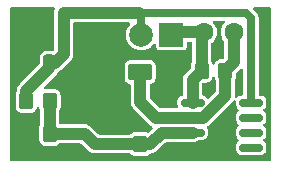
<source format=gbr>
%TF.GenerationSoftware,KiCad,Pcbnew,9.0.5*%
%TF.CreationDate,2025-12-03T16:04:52-06:00*%
%TF.ProjectId,Modulo LIFI,4d6f6475-6c6f-4204-9c49-46492e6b6963,rev?*%
%TF.SameCoordinates,Original*%
%TF.FileFunction,Copper,L1,Top*%
%TF.FilePolarity,Positive*%
%FSLAX46Y46*%
G04 Gerber Fmt 4.6, Leading zero omitted, Abs format (unit mm)*
G04 Created by KiCad (PCBNEW 9.0.5) date 2025-12-03 16:04:52*
%MOMM*%
%LPD*%
G01*
G04 APERTURE LIST*
G04 Aperture macros list*
%AMRoundRect*
0 Rectangle with rounded corners*
0 $1 Rounding radius*
0 $2 $3 $4 $5 $6 $7 $8 $9 X,Y pos of 4 corners*
0 Add a 4 corners polygon primitive as box body*
4,1,4,$2,$3,$4,$5,$6,$7,$8,$9,$2,$3,0*
0 Add four circle primitives for the rounded corners*
1,1,$1+$1,$2,$3*
1,1,$1+$1,$4,$5*
1,1,$1+$1,$6,$7*
1,1,$1+$1,$8,$9*
0 Add four rect primitives between the rounded corners*
20,1,$1+$1,$2,$3,$4,$5,0*
20,1,$1+$1,$4,$5,$6,$7,0*
20,1,$1+$1,$6,$7,$8,$9,0*
20,1,$1+$1,$8,$9,$2,$3,0*%
G04 Aperture macros list end*
%TA.AperFunction,SMDPad,CuDef*%
%ADD10RoundRect,0.175000X0.825000X-0.525000X0.825000X0.525000X-0.825000X0.525000X-0.825000X-0.525000X0*%
%TD*%
%TA.AperFunction,SMDPad,CuDef*%
%ADD11RoundRect,0.150000X0.450000X-0.550000X0.450000X0.550000X-0.450000X0.550000X-0.450000X-0.550000X0*%
%TD*%
%TA.AperFunction,ComponentPad*%
%ADD12R,2.000000X2.000000*%
%TD*%
%TA.AperFunction,ComponentPad*%
%ADD13C,2.000000*%
%TD*%
%TA.AperFunction,SMDPad,CuDef*%
%ADD14RoundRect,0.150000X-0.825000X-0.150000X0.825000X-0.150000X0.825000X0.150000X-0.825000X0.150000X0*%
%TD*%
%TA.AperFunction,ComponentPad*%
%ADD15C,1.600000*%
%TD*%
%TA.AperFunction,SMDPad,CuDef*%
%ADD16RoundRect,0.250000X0.350000X0.450000X-0.350000X0.450000X-0.350000X-0.450000X0.350000X-0.450000X0*%
%TD*%
%TA.AperFunction,SMDPad,CuDef*%
%ADD17RoundRect,0.250000X-0.350000X-0.450000X0.350000X-0.450000X0.350000X0.450000X-0.350000X0.450000X0*%
%TD*%
%TA.AperFunction,SMDPad,CuDef*%
%ADD18RoundRect,0.250000X0.250000X0.475000X-0.250000X0.475000X-0.250000X-0.475000X0.250000X-0.475000X0*%
%TD*%
%TA.AperFunction,Conductor*%
%ADD19C,1.000000*%
%TD*%
%TA.AperFunction,Conductor*%
%ADD20C,0.700000*%
%TD*%
%TA.AperFunction,Conductor*%
%ADD21C,0.600000*%
%TD*%
G04 APERTURE END LIST*
D10*
%TO.P,D2,1,K*%
%TO.N,Net-(D2-K)*%
X13090000Y-7750000D03*
D11*
%TO.P,D2,2,A*%
%TO.N,Net-(D2-A)*%
X13090000Y-13850000D03*
%TD*%
D12*
%TO.P,J2,1,Pin_1*%
%TO.N,Net-(J2-Pin_1)*%
X15740000Y-4600000D03*
D13*
%TO.P,J2,2,Pin_2*%
%TO.N,+5V*%
X13200000Y-4600000D03*
%TO.P,J2,3,Pin_3*%
%TO.N,GND*%
X10660000Y-4600000D03*
%TD*%
D14*
%TO.P,U3,1*%
%TO.N,Net-(J2-Pin_1)*%
X17525000Y-10355000D03*
%TO.P,U3,2,-*%
%TO.N,Net-(D2-K)*%
X17525000Y-11625000D03*
%TO.P,U3,3,+*%
%TO.N,Net-(D2-A)*%
X17525000Y-12895000D03*
%TO.P,U3,4,V-*%
%TO.N,GND*%
X17525000Y-14165000D03*
%TO.P,U3,5*%
%TO.N,N/C*%
X22475000Y-14165000D03*
%TO.P,U3,6*%
X22475000Y-12895000D03*
%TO.P,U3,7*%
X22475000Y-11625000D03*
%TO.P,U3,8,V+*%
%TO.N,+5V*%
X22475000Y-10355000D03*
%TD*%
D15*
%TO.P,C1,1*%
%TO.N,Net-(J2-Pin_1)*%
X18500000Y-4400000D03*
%TO.P,C1,2*%
%TO.N,Net-(D2-K)*%
X21000000Y-4400000D03*
%TD*%
D16*
%TO.P,R3,1*%
%TO.N,Net-(D2-A)*%
X5450000Y-13000000D03*
%TO.P,R3,2*%
%TO.N,GND*%
X3450000Y-13000000D03*
%TD*%
%TO.P,R2,1*%
%TO.N,Net-(D2-A)*%
X5450000Y-10200000D03*
%TO.P,R2,2*%
%TO.N,+5V*%
X3450000Y-10200000D03*
%TD*%
D17*
%TO.P,R4,1*%
%TO.N,Net-(J2-Pin_1)*%
X18300000Y-7650000D03*
%TO.P,R4,2*%
%TO.N,Net-(D2-K)*%
X20300000Y-7650000D03*
%TD*%
D18*
%TO.P,C2,1*%
%TO.N,+5V*%
X5400000Y-7000000D03*
%TO.P,C2,2*%
%TO.N,GND*%
X3500000Y-7000000D03*
%TD*%
D19*
%TO.N,Net-(J2-Pin_1)*%
X15940000Y-4400000D02*
X15740000Y-4600000D01*
X18500000Y-4400000D02*
X15940000Y-4400000D01*
X18300000Y-4600000D02*
X18500000Y-4400000D01*
X18300000Y-7650000D02*
X18300000Y-4600000D01*
D20*
%TO.N,+5V*%
X13200000Y-3000000D02*
X12951000Y-2751000D01*
X13200000Y-4600000D02*
X13200000Y-3000000D01*
X22049000Y-2751000D02*
X12951000Y-2751000D01*
X22475000Y-3177000D02*
X22475000Y-10355000D01*
X22049000Y-2751000D02*
X22475000Y-3177000D01*
D19*
%TO.N,Net-(D2-K)*%
X21000000Y-6950000D02*
X20300000Y-7650000D01*
X21000000Y-4400000D02*
X21000000Y-6950000D01*
X20300000Y-9762652D02*
X20300000Y-7650000D01*
X18437652Y-11625000D02*
X20300000Y-9762652D01*
X17525000Y-11625000D02*
X18437652Y-11625000D01*
X13090000Y-10290000D02*
X13090000Y-7750000D01*
X14425000Y-11625000D02*
X13090000Y-10290000D01*
X17525000Y-11625000D02*
X14425000Y-11625000D01*
%TO.N,Net-(J2-Pin_1)*%
X17525000Y-8425000D02*
X18300000Y-7650000D01*
X17525000Y-10355000D02*
X17525000Y-8425000D01*
D21*
X18300000Y-4250000D02*
X18350000Y-4200000D01*
D19*
%TO.N,Net-(D2-A)*%
X14905000Y-12895000D02*
X17525000Y-12895000D01*
X13090000Y-13850000D02*
X13950000Y-13850000D01*
X13950000Y-13850000D02*
X14905000Y-12895000D01*
X9250000Y-13850000D02*
X13090000Y-13850000D01*
X5450000Y-13000000D02*
X8400000Y-13000000D01*
X8400000Y-13000000D02*
X9250000Y-13850000D01*
X5450000Y-13000000D02*
X5450000Y-10200000D01*
%TO.N,+5V*%
X5400000Y-7400000D02*
X5400000Y-7000000D01*
X3450000Y-9350000D02*
X5400000Y-7400000D01*
X3450000Y-10200000D02*
X3450000Y-9350000D01*
X6600000Y-2751000D02*
X12951000Y-2751000D01*
X5854422Y-7000000D02*
X6600000Y-6254422D01*
X6600000Y-6254422D02*
X6600000Y-2751000D01*
X5400000Y-7000000D02*
X5854422Y-7000000D01*
D21*
%TO.N,Net-(J2-Pin_1)*%
X16140000Y-4200000D02*
X15740000Y-4600000D01*
X15690000Y-4300000D02*
X15590000Y-4200000D01*
%TD*%
%TA.AperFunction,Conductor*%
%TO.N,GND*%
G36*
X5822319Y-2270185D02*
G01*
X5868074Y-2322989D01*
X5878018Y-2392147D01*
X5869841Y-2421952D01*
X5830264Y-2517498D01*
X5830261Y-2517510D01*
X5799500Y-2672153D01*
X5799500Y-5850500D01*
X5779815Y-5917539D01*
X5727011Y-5963294D01*
X5675500Y-5974500D01*
X5106898Y-5974500D01*
X5067853Y-5979188D01*
X5018438Y-5985122D01*
X4877656Y-6040639D01*
X4757077Y-6132077D01*
X4665639Y-6252656D01*
X4610122Y-6393438D01*
X4604188Y-6442853D01*
X4599500Y-6481898D01*
X4599500Y-6481903D01*
X4599500Y-7017060D01*
X4579815Y-7084099D01*
X4563181Y-7104741D01*
X2939711Y-8728211D01*
X2911344Y-8756578D01*
X2828209Y-8839712D01*
X2740609Y-8970814D01*
X2740602Y-8970827D01*
X2680264Y-9116498D01*
X2680261Y-9116510D01*
X2649500Y-9271153D01*
X2649500Y-9391306D01*
X2629815Y-9458345D01*
X2624304Y-9466231D01*
X2615640Y-9477655D01*
X2615637Y-9477661D01*
X2560123Y-9618434D01*
X2560123Y-9618436D01*
X2549500Y-9706898D01*
X2549500Y-10693102D01*
X2554245Y-10732612D01*
X2560122Y-10781561D01*
X2560122Y-10781563D01*
X2560123Y-10781564D01*
X2569292Y-10804815D01*
X2615639Y-10922343D01*
X2707077Y-11042922D01*
X2827656Y-11134360D01*
X2827657Y-11134360D01*
X2827658Y-11134361D01*
X2968436Y-11189877D01*
X3056898Y-11200500D01*
X3056903Y-11200500D01*
X3843097Y-11200500D01*
X3843102Y-11200500D01*
X3931564Y-11189877D01*
X4072342Y-11134361D01*
X4192922Y-11042922D01*
X4284361Y-10922342D01*
X4334646Y-10794826D01*
X4347808Y-10777910D01*
X4356847Y-10758474D01*
X4368836Y-10750884D01*
X4377551Y-10739685D01*
X4397771Y-10732569D01*
X4415883Y-10721105D01*
X4430073Y-10721202D01*
X4443459Y-10716492D01*
X4464317Y-10721437D01*
X4485751Y-10721585D01*
X4497634Y-10729337D01*
X4511443Y-10732612D01*
X4526315Y-10748049D01*
X4544269Y-10759762D01*
X4555342Y-10778177D01*
X4559920Y-10782929D01*
X4563146Y-10789584D01*
X4564304Y-10792168D01*
X4615639Y-10922342D01*
X4632856Y-10945046D01*
X4638646Y-10957958D01*
X4641539Y-10979114D01*
X4649127Y-10999076D01*
X4649500Y-11008693D01*
X4649500Y-12191306D01*
X4629815Y-12258345D01*
X4624304Y-12266231D01*
X4615640Y-12277655D01*
X4615637Y-12277661D01*
X4560123Y-12418434D01*
X4560123Y-12418436D01*
X4549500Y-12506898D01*
X4549500Y-13493102D01*
X4555126Y-13539954D01*
X4560122Y-13581561D01*
X4560122Y-13581563D01*
X4560123Y-13581564D01*
X4569126Y-13604394D01*
X4615639Y-13722343D01*
X4707077Y-13842922D01*
X4827656Y-13934360D01*
X4827657Y-13934360D01*
X4827658Y-13934361D01*
X4968436Y-13989877D01*
X5056898Y-14000500D01*
X5056903Y-14000500D01*
X5843097Y-14000500D01*
X5843102Y-14000500D01*
X5931564Y-13989877D01*
X6072342Y-13934361D01*
X6192922Y-13842922D01*
X6192928Y-13842913D01*
X6198915Y-13836928D01*
X6201526Y-13839539D01*
X6243802Y-13808149D01*
X6286680Y-13800500D01*
X8017060Y-13800500D01*
X8084099Y-13820185D01*
X8104741Y-13836819D01*
X8739707Y-14471786D01*
X8739711Y-14471789D01*
X8870814Y-14559390D01*
X8870818Y-14559392D01*
X8870821Y-14559394D01*
X9016503Y-14619738D01*
X9171153Y-14650499D01*
X9171157Y-14650500D01*
X9171158Y-14650500D01*
X9328843Y-14650500D01*
X12202372Y-14650500D01*
X12269411Y-14670185D01*
X12302141Y-14700865D01*
X12317850Y-14722150D01*
X12427118Y-14802793D01*
X12469845Y-14817744D01*
X12555299Y-14847646D01*
X12585730Y-14850500D01*
X12585734Y-14850500D01*
X13594270Y-14850500D01*
X13624699Y-14847646D01*
X13624701Y-14847646D01*
X13688790Y-14825219D01*
X13752882Y-14802793D01*
X13862150Y-14722150D01*
X13877858Y-14700865D01*
X13933506Y-14658615D01*
X13977628Y-14650500D01*
X14028844Y-14650500D01*
X14028845Y-14650499D01*
X14183497Y-14619737D01*
X14329179Y-14559394D01*
X14460289Y-14471789D01*
X15200259Y-13731819D01*
X15261582Y-13698334D01*
X15287940Y-13695500D01*
X17603844Y-13695500D01*
X17603845Y-13695499D01*
X17758497Y-13664737D01*
X17904179Y-13604394D01*
X17904185Y-13604390D01*
X18035875Y-13516398D01*
X18102553Y-13495520D01*
X18104766Y-13495500D01*
X18404270Y-13495500D01*
X18434699Y-13492646D01*
X18434701Y-13492646D01*
X18498790Y-13470219D01*
X18562882Y-13447793D01*
X18672150Y-13367150D01*
X18752793Y-13257882D01*
X18775219Y-13193790D01*
X18797646Y-13129701D01*
X18797646Y-13129699D01*
X18800500Y-13099269D01*
X18800500Y-12690730D01*
X18797646Y-12660300D01*
X18797646Y-12660298D01*
X18752793Y-12532119D01*
X18752793Y-12532118D01*
X18750150Y-12528538D01*
X18748472Y-12523943D01*
X18748449Y-12523899D01*
X18748455Y-12523895D01*
X18726179Y-12462913D01*
X18741492Y-12394742D01*
X18791231Y-12345672D01*
X18802461Y-12340346D01*
X18816831Y-12334394D01*
X18947941Y-12246789D01*
X20921789Y-10272941D01*
X20972398Y-10197200D01*
X21026010Y-10152395D01*
X21095335Y-10143688D01*
X21158363Y-10173842D01*
X21195082Y-10233286D01*
X21199500Y-10266091D01*
X21199500Y-10559269D01*
X21202353Y-10589699D01*
X21202353Y-10589701D01*
X21247206Y-10717880D01*
X21247207Y-10717882D01*
X21327850Y-10827150D01*
X21413321Y-10890230D01*
X21455571Y-10945877D01*
X21461030Y-11015534D01*
X21427962Y-11077083D01*
X21413321Y-11089769D01*
X21352903Y-11134360D01*
X21327850Y-11152850D01*
X21247207Y-11262117D01*
X21247206Y-11262119D01*
X21202353Y-11390298D01*
X21202353Y-11390300D01*
X21199500Y-11420730D01*
X21199500Y-11829269D01*
X21202353Y-11859699D01*
X21202353Y-11859701D01*
X21247206Y-11987880D01*
X21247207Y-11987882D01*
X21327850Y-12097150D01*
X21413321Y-12160230D01*
X21455571Y-12215877D01*
X21461030Y-12285534D01*
X21427962Y-12347083D01*
X21413321Y-12359769D01*
X21388334Y-12378211D01*
X21327850Y-12422850D01*
X21247207Y-12532117D01*
X21247206Y-12532119D01*
X21202353Y-12660298D01*
X21202353Y-12660300D01*
X21199500Y-12690730D01*
X21199500Y-13099269D01*
X21202353Y-13129699D01*
X21202353Y-13129701D01*
X21247206Y-13257880D01*
X21247207Y-13257882D01*
X21327850Y-13367150D01*
X21413321Y-13430230D01*
X21455571Y-13485877D01*
X21461030Y-13555534D01*
X21427962Y-13617083D01*
X21413321Y-13629769D01*
X21365945Y-13664735D01*
X21327850Y-13692850D01*
X21247207Y-13802117D01*
X21247206Y-13802119D01*
X21202353Y-13930298D01*
X21202353Y-13930300D01*
X21199500Y-13960730D01*
X21199500Y-14369269D01*
X21202353Y-14399699D01*
X21202353Y-14399701D01*
X21247206Y-14527880D01*
X21247207Y-14527882D01*
X21327850Y-14637150D01*
X21437118Y-14717793D01*
X21449567Y-14722149D01*
X21565299Y-14762646D01*
X21595730Y-14765500D01*
X21595734Y-14765500D01*
X23354270Y-14765500D01*
X23384699Y-14762646D01*
X23384701Y-14762646D01*
X23448790Y-14740219D01*
X23512882Y-14717793D01*
X23622150Y-14637150D01*
X23702793Y-14527882D01*
X23725219Y-14463790D01*
X23747646Y-14399701D01*
X23747646Y-14399699D01*
X23750500Y-14369269D01*
X23750500Y-13960730D01*
X23747646Y-13930300D01*
X23747646Y-13930298D01*
X23702793Y-13802119D01*
X23702792Y-13802117D01*
X23622150Y-13692850D01*
X23584059Y-13664738D01*
X23536677Y-13629768D01*
X23494428Y-13574123D01*
X23488969Y-13504467D01*
X23522036Y-13442917D01*
X23536670Y-13430236D01*
X23622150Y-13367150D01*
X23702793Y-13257882D01*
X23725219Y-13193790D01*
X23747646Y-13129701D01*
X23747646Y-13129699D01*
X23750500Y-13099269D01*
X23750500Y-12690730D01*
X23747646Y-12660300D01*
X23747646Y-12660298D01*
X23702793Y-12532119D01*
X23702792Y-12532117D01*
X23696759Y-12523943D01*
X23622150Y-12422850D01*
X23536677Y-12359768D01*
X23494428Y-12304123D01*
X23488969Y-12234467D01*
X23522036Y-12172917D01*
X23536670Y-12160236D01*
X23622150Y-12097150D01*
X23702793Y-11987882D01*
X23725219Y-11923790D01*
X23747646Y-11859701D01*
X23747646Y-11859699D01*
X23750500Y-11829269D01*
X23750500Y-11420730D01*
X23747646Y-11390300D01*
X23747646Y-11390298D01*
X23702793Y-11262119D01*
X23702792Y-11262117D01*
X23622150Y-11152850D01*
X23597098Y-11134361D01*
X23536677Y-11089768D01*
X23494428Y-11034123D01*
X23488969Y-10964467D01*
X23522036Y-10902917D01*
X23536670Y-10890236D01*
X23622150Y-10827150D01*
X23702793Y-10717882D01*
X23725219Y-10653790D01*
X23747646Y-10589701D01*
X23747646Y-10589699D01*
X23750500Y-10559269D01*
X23750500Y-10150730D01*
X23747646Y-10120300D01*
X23747646Y-10120298D01*
X23704520Y-9997053D01*
X23702793Y-9992118D01*
X23622150Y-9882850D01*
X23512882Y-9802207D01*
X23512880Y-9802206D01*
X23384700Y-9757353D01*
X23354270Y-9754500D01*
X23354266Y-9754500D01*
X23249500Y-9754500D01*
X23182461Y-9734815D01*
X23136706Y-9682011D01*
X23125500Y-9630500D01*
X23125500Y-3112928D01*
X23100502Y-2987261D01*
X23100501Y-2987260D01*
X23100501Y-2987256D01*
X23051465Y-2868873D01*
X22980277Y-2762331D01*
X22980275Y-2762329D01*
X22980273Y-2762326D01*
X22980272Y-2762325D01*
X22680127Y-2462181D01*
X22646642Y-2400858D01*
X22651626Y-2331167D01*
X22693497Y-2275233D01*
X22758962Y-2250816D01*
X22767808Y-2250500D01*
X24041491Y-2250500D01*
X24108530Y-2270185D01*
X24154285Y-2322989D01*
X24165491Y-2374500D01*
X24165491Y-15201491D01*
X24145806Y-15268530D01*
X24093002Y-15314285D01*
X24041491Y-15325491D01*
X2214500Y-15325491D01*
X2147461Y-15305806D01*
X2101706Y-15253002D01*
X2090500Y-15201491D01*
X2090500Y-2374500D01*
X2110185Y-2307461D01*
X2162989Y-2261706D01*
X2214500Y-2250500D01*
X5755280Y-2250500D01*
X5822319Y-2270185D01*
G37*
%TD.AperFunction*%
%TA.AperFunction,Conductor*%
G36*
X12127674Y-3556405D02*
G01*
X12145089Y-3556287D01*
X12160504Y-3566045D01*
X12178006Y-3571185D01*
X12189408Y-3584344D01*
X12204124Y-3593660D01*
X12211816Y-3610204D01*
X12223761Y-3623989D01*
X12226239Y-3641223D01*
X12233582Y-3657016D01*
X12231108Y-3675090D01*
X12233705Y-3693147D01*
X12226442Y-3709194D01*
X12224110Y-3726240D01*
X12210148Y-3748294D01*
X12210897Y-3748839D01*
X12087715Y-3918386D01*
X11994781Y-4100776D01*
X11931522Y-4295465D01*
X11899500Y-4497648D01*
X11899500Y-4702351D01*
X11931522Y-4904534D01*
X11994781Y-5099223D01*
X12036371Y-5180846D01*
X12083320Y-5272989D01*
X12087715Y-5281613D01*
X12208028Y-5447213D01*
X12352786Y-5591971D01*
X12507749Y-5704556D01*
X12518390Y-5712287D01*
X12634607Y-5771503D01*
X12700776Y-5805218D01*
X12700778Y-5805218D01*
X12700781Y-5805220D01*
X12805137Y-5839127D01*
X12895465Y-5868477D01*
X12996557Y-5884488D01*
X13097648Y-5900500D01*
X13097649Y-5900500D01*
X13302351Y-5900500D01*
X13302352Y-5900500D01*
X13504534Y-5868477D01*
X13699219Y-5805220D01*
X13881610Y-5712287D01*
X13974590Y-5644732D01*
X14047213Y-5591971D01*
X14047215Y-5591968D01*
X14047219Y-5591966D01*
X14191966Y-5447219D01*
X14215180Y-5415266D01*
X14270508Y-5372599D01*
X14340121Y-5366618D01*
X14401918Y-5399222D01*
X14436277Y-5460060D01*
X14439500Y-5488148D01*
X14439500Y-5644855D01*
X14439502Y-5644882D01*
X14442413Y-5669987D01*
X14442415Y-5669991D01*
X14487793Y-5772764D01*
X14487794Y-5772765D01*
X14567235Y-5852206D01*
X14670009Y-5897585D01*
X14695135Y-5900500D01*
X16784864Y-5900499D01*
X16784879Y-5900497D01*
X16784882Y-5900497D01*
X16809987Y-5897586D01*
X16809988Y-5897585D01*
X16809991Y-5897585D01*
X16912765Y-5852206D01*
X16992206Y-5772765D01*
X17037585Y-5669991D01*
X17040500Y-5644865D01*
X17040500Y-5324500D01*
X17043050Y-5315814D01*
X17041762Y-5306853D01*
X17052740Y-5282812D01*
X17060185Y-5257461D01*
X17067025Y-5251533D01*
X17070787Y-5243297D01*
X17093021Y-5229007D01*
X17112989Y-5211706D01*
X17123503Y-5209418D01*
X17129565Y-5205523D01*
X17164500Y-5200500D01*
X17375500Y-5200500D01*
X17442539Y-5220185D01*
X17488294Y-5272989D01*
X17499500Y-5324500D01*
X17499500Y-6841306D01*
X17479815Y-6908345D01*
X17474304Y-6916231D01*
X17465640Y-6927655D01*
X17465637Y-6927661D01*
X17410123Y-7068434D01*
X17410123Y-7068436D01*
X17399500Y-7156898D01*
X17399500Y-7156903D01*
X17399500Y-7367060D01*
X17379815Y-7434099D01*
X17363181Y-7454741D01*
X17014711Y-7803211D01*
X16972663Y-7845259D01*
X16903209Y-7914712D01*
X16815609Y-8045814D01*
X16815602Y-8045827D01*
X16755264Y-8191498D01*
X16755261Y-8191510D01*
X16724500Y-8346153D01*
X16724500Y-9634197D01*
X16704815Y-9701236D01*
X16652011Y-9746991D01*
X16622481Y-9754879D01*
X16622670Y-9755744D01*
X16615298Y-9757353D01*
X16487119Y-9802206D01*
X16487117Y-9802207D01*
X16377850Y-9882850D01*
X16297207Y-9992117D01*
X16297206Y-9992119D01*
X16252353Y-10120298D01*
X16252353Y-10120300D01*
X16249500Y-10150730D01*
X16249500Y-10559269D01*
X16252353Y-10589698D01*
X16276794Y-10659544D01*
X16280357Y-10729323D01*
X16245628Y-10789951D01*
X16183635Y-10822178D01*
X16159753Y-10824500D01*
X14807940Y-10824500D01*
X14740901Y-10804815D01*
X14720259Y-10788181D01*
X13926819Y-9994741D01*
X13893334Y-9933418D01*
X13890500Y-9907060D01*
X13890500Y-8869407D01*
X13910185Y-8802368D01*
X13962989Y-8756613D01*
X14001250Y-8746117D01*
X14017114Y-8744412D01*
X14145226Y-8696628D01*
X14254687Y-8614687D01*
X14336628Y-8505226D01*
X14384412Y-8377114D01*
X14387741Y-8346153D01*
X14390499Y-8320501D01*
X14390499Y-8320490D01*
X14390500Y-8320485D01*
X14390499Y-7179516D01*
X14384412Y-7122886D01*
X14382376Y-7117428D01*
X14344940Y-7017060D01*
X14336628Y-6994774D01*
X14254687Y-6885313D01*
X14150177Y-6807078D01*
X14145228Y-6803373D01*
X14145226Y-6803372D01*
X14017114Y-6755588D01*
X14017112Y-6755587D01*
X14017110Y-6755587D01*
X13960493Y-6749500D01*
X12219518Y-6749500D01*
X12219509Y-6749501D01*
X12162885Y-6755587D01*
X12034773Y-6803372D01*
X11925313Y-6885313D01*
X11843373Y-6994771D01*
X11843372Y-6994774D01*
X11797640Y-7117386D01*
X11795587Y-7122889D01*
X11789500Y-7179498D01*
X11789500Y-8320481D01*
X11789501Y-8320490D01*
X11795587Y-8377114D01*
X11838783Y-8492922D01*
X11843372Y-8505226D01*
X11925313Y-8614687D01*
X12034774Y-8696628D01*
X12162886Y-8744412D01*
X12178756Y-8746118D01*
X12243305Y-8772855D01*
X12283154Y-8830247D01*
X12289500Y-8869407D01*
X12289500Y-10368846D01*
X12320261Y-10523489D01*
X12320264Y-10523501D01*
X12380602Y-10669172D01*
X12380609Y-10669185D01*
X12468210Y-10800288D01*
X12468213Y-10800292D01*
X13803211Y-12135289D01*
X13859228Y-12191306D01*
X13914712Y-12246790D01*
X14045814Y-12334390D01*
X14045827Y-12334397D01*
X14077806Y-12347643D01*
X14132210Y-12391483D01*
X14154275Y-12457778D01*
X14136996Y-12525477D01*
X14118035Y-12549885D01*
X13821185Y-12846735D01*
X13759862Y-12880220D01*
X13692549Y-12876095D01*
X13624701Y-12852354D01*
X13624699Y-12852353D01*
X13594270Y-12849500D01*
X13594266Y-12849500D01*
X12585734Y-12849500D01*
X12585730Y-12849500D01*
X12555300Y-12852353D01*
X12555298Y-12852353D01*
X12427119Y-12897206D01*
X12427117Y-12897207D01*
X12317850Y-12977850D01*
X12302142Y-12999134D01*
X12246494Y-13041385D01*
X12202372Y-13049500D01*
X9632940Y-13049500D01*
X9565901Y-13029815D01*
X9545259Y-13013181D01*
X8910292Y-12378213D01*
X8910288Y-12378210D01*
X8779185Y-12290609D01*
X8779172Y-12290602D01*
X8633501Y-12230264D01*
X8633489Y-12230261D01*
X8478845Y-12199500D01*
X8478842Y-12199500D01*
X6374500Y-12199500D01*
X6307461Y-12179815D01*
X6261706Y-12127011D01*
X6250500Y-12075500D01*
X6250500Y-11008693D01*
X6270185Y-10941654D01*
X6275691Y-10933774D01*
X6284361Y-10922342D01*
X6339877Y-10781564D01*
X6350500Y-10693102D01*
X6350500Y-9706898D01*
X6339877Y-9618436D01*
X6284361Y-9477658D01*
X6284360Y-9477657D01*
X6284360Y-9477656D01*
X6192922Y-9357077D01*
X6072343Y-9265639D01*
X5931561Y-9210122D01*
X5885926Y-9204642D01*
X5843102Y-9199500D01*
X5056898Y-9199500D01*
X5048649Y-9200490D01*
X5044321Y-9201010D01*
X4975413Y-9189454D01*
X4923692Y-9142478D01*
X4905579Y-9074997D01*
X4926824Y-9008436D01*
X4941857Y-8990219D01*
X6021788Y-7910290D01*
X6021789Y-7910289D01*
X6101756Y-7790608D01*
X6102213Y-7789946D01*
X6102329Y-7789851D01*
X6105509Y-7785387D01*
X6110563Y-7778723D01*
X6161912Y-7739087D01*
X6233601Y-7709394D01*
X6364711Y-7621789D01*
X7221789Y-6764711D01*
X7309394Y-6633601D01*
X7369738Y-6487919D01*
X7400500Y-6333264D01*
X7400500Y-6175579D01*
X7400500Y-3675500D01*
X7420185Y-3608461D01*
X7472989Y-3562706D01*
X7524500Y-3551500D01*
X12110967Y-3551500D01*
X12127674Y-3556405D01*
G37*
%TD.AperFunction*%
%TD*%
%TA.AperFunction,NonConductor*%
G36*
X20209835Y-3421185D02*
G01*
X20255590Y-3473989D01*
X20265534Y-3543147D01*
X20236509Y-3606703D01*
X20230477Y-3613181D01*
X20160588Y-3683069D01*
X20160588Y-3683070D01*
X20160586Y-3683072D01*
X20129223Y-3726240D01*
X20058768Y-3823211D01*
X19980128Y-3977552D01*
X19926597Y-4142302D01*
X19902339Y-4295465D01*
X19899500Y-4313389D01*
X19899500Y-4486611D01*
X19926598Y-4657701D01*
X19980127Y-4822445D01*
X20058768Y-4976788D01*
X20160586Y-5116928D01*
X20160588Y-5116930D01*
X20163181Y-5119523D01*
X20196666Y-5180846D01*
X20199500Y-5207204D01*
X20199500Y-6525500D01*
X20179815Y-6592539D01*
X20127011Y-6638294D01*
X20075500Y-6649500D01*
X19906898Y-6649500D01*
X19867853Y-6654188D01*
X19818438Y-6660122D01*
X19677656Y-6715639D01*
X19557077Y-6807077D01*
X19465638Y-6927658D01*
X19415353Y-7055171D01*
X19402189Y-7072088D01*
X19393151Y-7091525D01*
X19381161Y-7099114D01*
X19372447Y-7110314D01*
X19352229Y-7117428D01*
X19334115Y-7128895D01*
X19319922Y-7128797D01*
X19306539Y-7133507D01*
X19285683Y-7128561D01*
X19264247Y-7128414D01*
X19252362Y-7120660D01*
X19238555Y-7117386D01*
X19223681Y-7101948D01*
X19205730Y-7090236D01*
X19194658Y-7071822D01*
X19190078Y-7067069D01*
X19186853Y-7060415D01*
X19185699Y-7057841D01*
X19134361Y-6927658D01*
X19117144Y-6904953D01*
X19111354Y-6892041D01*
X19108459Y-6870881D01*
X19100873Y-6850919D01*
X19100500Y-6841306D01*
X19100500Y-5387184D01*
X19120185Y-5320145D01*
X19151609Y-5286870D01*
X19216928Y-5239414D01*
X19339414Y-5116928D01*
X19441232Y-4976788D01*
X19519873Y-4822445D01*
X19573402Y-4657701D01*
X19600500Y-4486611D01*
X19600500Y-4313389D01*
X19573402Y-4142299D01*
X19519873Y-3977555D01*
X19441232Y-3823212D01*
X19339414Y-3683072D01*
X19269523Y-3613181D01*
X19236038Y-3551858D01*
X19241022Y-3482166D01*
X19282894Y-3426233D01*
X19348358Y-3401816D01*
X19357204Y-3401500D01*
X20142796Y-3401500D01*
X20209835Y-3421185D01*
G37*
%TD.AperFunction*%
%TA.AperFunction,NonConductor*%
G36*
X21743834Y-7440758D02*
G01*
X21799767Y-7482630D01*
X21824184Y-7548094D01*
X21824500Y-7556940D01*
X21824500Y-9630500D01*
X21804815Y-9697539D01*
X21752011Y-9743294D01*
X21700500Y-9754500D01*
X21595730Y-9754500D01*
X21565300Y-9757353D01*
X21565298Y-9757353D01*
X21437119Y-9802206D01*
X21437117Y-9802207D01*
X21327849Y-9882850D01*
X21324269Y-9887702D01*
X21268621Y-9929952D01*
X21198965Y-9935409D01*
X21137416Y-9902341D01*
X21103515Y-9841247D01*
X21100500Y-9814067D01*
X21100500Y-8458693D01*
X21120185Y-8391654D01*
X21125691Y-8383774D01*
X21134361Y-8372342D01*
X21189877Y-8231564D01*
X21200500Y-8143102D01*
X21200500Y-7932940D01*
X21220185Y-7865901D01*
X21236819Y-7845259D01*
X21612819Y-7469259D01*
X21674142Y-7435774D01*
X21743834Y-7440758D01*
G37*
%TD.AperFunction*%
%TA.AperFunction,NonConductor*%
G36*
X19314317Y-8171437D02*
G01*
X19335751Y-8171585D01*
X19347634Y-8179337D01*
X19361443Y-8182612D01*
X19376315Y-8198049D01*
X19394269Y-8209762D01*
X19407043Y-8229943D01*
X19409920Y-8232929D01*
X19412476Y-8238525D01*
X19413146Y-8239584D01*
X19414304Y-8242168D01*
X19465639Y-8372342D01*
X19482856Y-8395046D01*
X19488646Y-8407958D01*
X19499500Y-8458693D01*
X19499500Y-9379711D01*
X19479815Y-9446750D01*
X19463181Y-9467392D01*
X18933519Y-9997053D01*
X18872196Y-10030538D01*
X18802504Y-10025554D01*
X18746571Y-9983682D01*
X18746068Y-9983006D01*
X18710940Y-9935409D01*
X18672150Y-9882850D01*
X18562882Y-9802207D01*
X18562880Y-9802206D01*
X18434701Y-9757353D01*
X18427330Y-9755744D01*
X18427792Y-9753624D01*
X18372996Y-9731783D01*
X18332381Y-9674931D01*
X18325500Y-9634197D01*
X18325500Y-8807940D01*
X18334144Y-8778499D01*
X18340668Y-8748513D01*
X18344422Y-8743497D01*
X18345185Y-8740901D01*
X18361819Y-8720259D01*
X18395259Y-8686819D01*
X18456582Y-8653334D01*
X18482940Y-8650500D01*
X18693097Y-8650500D01*
X18693102Y-8650500D01*
X18781564Y-8639877D01*
X18922342Y-8584361D01*
X19042922Y-8492922D01*
X19134361Y-8372342D01*
X19184646Y-8244826D01*
X19197808Y-8227910D01*
X19206847Y-8208474D01*
X19218836Y-8200884D01*
X19227551Y-8189685D01*
X19247771Y-8182569D01*
X19265883Y-8171105D01*
X19280073Y-8171202D01*
X19293459Y-8166492D01*
X19314317Y-8171437D01*
G37*
%TD.AperFunction*%
M02*

</source>
